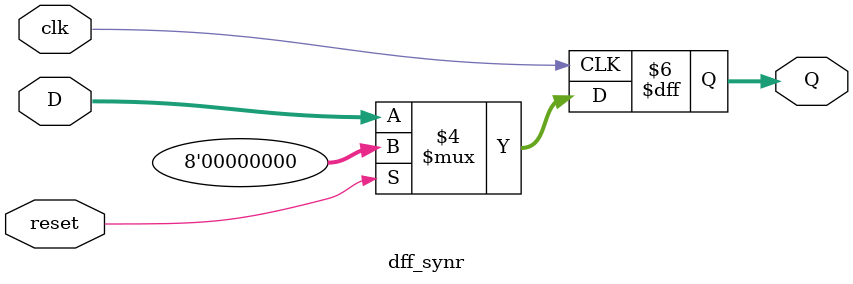
<source format=sv>
module dff_synr (
  input logic [7:0]D,
  input logic clk,
  input logic reset,
  output logic [7:0]Q
);
  always_ff@(posedge clk)
  if (reset==0) Q<=D;
  else Q<=0;
  
endmodule

</source>
